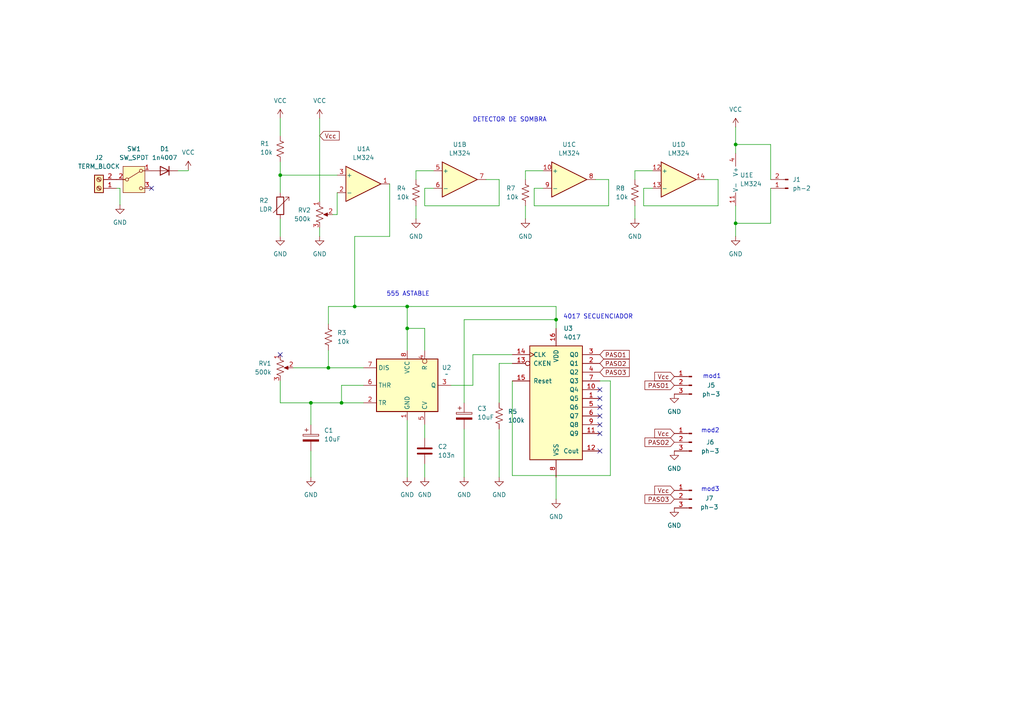
<source format=kicad_sch>
(kicad_sch (version 20250114) (generator "eeschema") (generator_version "9.0")
  (paper "A4")
  (title_block (title "esquemático 02 - control"))
  (lib_symbols
    (symbol "4xxx:4017" (pin_names (offset 1.016))
      (property "Reference" "U" (at -7.62 16.51 0))
      (property "Value" "4017" (at -7.62 -19.05 0))
      (symbol "4017_1_0"
        (pin input clock (at -12.7 12.7 0) (length 5.08) (name "CLK") (number "14"))
        (pin input inverted (at -12.7 10.16 0) (length 5.08) (name "CKEN") (number "13"))
        (pin input line (at -12.7 5.08 0) (length 5.08) (name "Reset") (number "15"))
        (pin power_in line (at 0 20.32 270) (length 5.08) (name "VDD") (number "16"))
        (pin power_in line (at 0 -22.86 90) (length 5.08) (name "VSS") (number "8"))
        (pin output line (at 12.7 12.7 180) (length 5.08) (name "Q0") (number "3"))
        (pin output line (at 12.7 10.16 180) (length 5.08) (name "Q1") (number "2"))
        (pin output line (at 12.7 7.62 180) (length 5.08) (name "Q2") (number "4"))
        (pin output line (at 12.7 5.08 180) (length 5.08) (name "Q3") (number "7"))
        (pin output line (at 12.7 2.54 180) (length 5.08) (name "Q4") (number "10"))
        (pin output line (at 12.7 0 180) (length 5.08) (name "Q5") (number "1"))
        (pin output line (at 12.7 -2.54 180) (length 5.08) (name "Q6") (number "5"))
        (pin output line (at 12.7 -5.08 180) (length 5.08) (name "Q7") (number "6"))
        (pin output line (at 12.7 -7.62 180) (length 5.08) (name "Q8") (number "9"))
        (pin output line (at 12.7 -10.16 180) (length 5.08) (name "Q9") (number "11"))
        (pin output line (at 12.7 -15.24 180) (length 5.08) (name "Cout") (number "12"))
      )
      (symbol "4017_1_1"
        (rectangle (start -7.62 15.24) (end 7.62 -17.78) (stroke (width 0.254)) (fill (type background)))
      )
    )
    (symbol "555_ordenado:555_wellOriented"
      (property "Reference" "U" (at 0 0 0))
      (symbol "555_wellOriented_0_0"
        (pin power_in line (at 0 10.16 270) (length 2.54) (name "VCC") (number "8"))
        (pin power_in line (at 0 -10.16 90) (length 2.54) (name "GND") (number "1"))
      )
      (symbol "555_wellOriented_0_1"
        (rectangle (start -8.89 -7.62) (end 8.89 7.62) (stroke (width 0.254)) (fill (type background)))
        (rectangle (start -8.89 -7.62) (end 8.89 7.62) (stroke (width 0.254)) (fill (type background)))
      )
      (symbol "555_wellOriented_1_1"
        (pin input line (at -12.7 5.08 0) (length 3.81) (name "DIS") (number "7"))
        (pin input line (at -12.7 0 0) (length 3.81) (name "THR") (number "6"))
        (pin input line (at -12.7 -5.08 0) (length 3.81) (name "TR") (number "2"))
        (pin input inverted (at 5.08 10.16 270) (length 3.81) (name "R") (number "4"))
        (pin input line (at 5.08 -11.43 90) (length 3.81) (name "CV") (number "5"))
        (pin output line (at 12.7 0 180) (length 3.81) (name "Q") (number "3"))
      )
    )
    (symbol "Amplifier_Operational:LM324" (pin_names (offset 0.127))
      (property "Reference" "U" (at 0 5.08 0))
      (property "Value" "LM324" (at 0 -5.08 0))
      (symbol "LM324_1_1"
        (polyline (pts (xy -5.08 5.08) (xy 5.08 0) (xy -5.08 -5.08) (xy -5.08 5.08)) (stroke (width 0.254)) (fill (type background)))
        (pin input line (at -7.62 2.54 0) (length 2.54) (name "+") (number "3"))
        (pin input line (at -7.62 -2.54 0) (length 2.54) (name "-") (number "2"))
        (pin output line (at 7.62 0 180) (length 2.54) (name "~") (number "1"))
      )
      (symbol "LM324_2_1"
        (polyline (pts (xy -5.08 5.08) (xy 5.08 0) (xy -5.08 -5.08) (xy -5.08 5.08)) (stroke (width 0.254)) (fill (type background)))
        (pin input line (at -7.62 2.54 0) (length 2.54) (name "+") (number "5"))
        (pin input line (at -7.62 -2.54 0) (length 2.54) (name "-") (number "6"))
        (pin output line (at 7.62 0 180) (length 2.54) (name "~") (number "7"))
      )
      (symbol "LM324_3_1"
        (polyline (pts (xy -5.08 5.08) (xy 5.08 0) (xy -5.08 -5.08) (xy -5.08 5.08)) (stroke (width 0.254)) (fill (type background)))
        (pin input line (at -7.62 2.54 0) (length 2.54) (name "+") (number "10"))
        (pin input line (at -7.62 -2.54 0) (length 2.54) (name "-") (number "9"))
        (pin output line (at 7.62 0 180) (length 2.54) (name "~") (number "8"))
      )
      (symbol "LM324_4_1"
        (polyline (pts (xy -5.08 5.08) (xy 5.08 0) (xy -5.08 -5.08) (xy -5.08 5.08)) (stroke (width 0.254)) (fill (type background)))
        (pin input line (at -7.62 2.54 0) (length 2.54) (name "+") (number "12"))
        (pin input line (at -7.62 -2.54 0) (length 2.54) (name "-") (number "13"))
        (pin output line (at 7.62 0 180) (length 2.54) (name "~") (number "14"))
      )
      (symbol "LM324_5_1"
        (pin power_in line (at -2.54 7.62 270) (length 3.81) (name "V+") (number "4"))
        (pin power_in line (at -2.54 -7.62 90) (length 3.81) (name "V-") (number "11"))
      )
    )
    (symbol "Connector:Conn_01x02_Pin" (pin_names (offset 1.016) (hide yes))
      (property "Reference" "J" (at 0 2.54 0))
      (property "Value" "Conn_01x02_Pin" (at 0 -5.08 0))
      (symbol "Conn_01x02_Pin_1_1"
        (rectangle (start 0.8636 0.127) (end 0 -0.127) (stroke (width 0.1524)) (fill (type outline)))
        (rectangle (start 0.8636 -2.413) (end 0 -2.667) (stroke (width 0.1524)) (fill (type outline)))
        (polyline (pts (xy 1.27 0) (xy 0.8636 0)) (stroke (width 0.1524)))
        (polyline (pts (xy 1.27 -2.54) (xy 0.8636 -2.54)) (stroke (width 0.1524)))
        (pin passive line (at 5.08 0 180) (length 3.81) (name "Pin_1") (number "1"))
        (pin passive line (at 5.08 -2.54 180) (length 3.81) (name "Pin_2") (number "2"))
      )
    )
    (symbol "Connector:Conn_01x03_Pin" (pin_names (offset 1.016) (hide yes))
      (property "Reference" "J" (at 0 5.08 0))
      (property "Value" "Conn_01x03_Pin" (at 0 -5.08 0))
      (symbol "Conn_01x03_Pin_1_1"
        (rectangle (start 0.8636 2.667) (end 0 2.413) (stroke (width 0.1524)) (fill (type outline)))
        (rectangle (start 0.8636 0.127) (end 0 -0.127) (stroke (width 0.1524)) (fill (type outline)))
        (rectangle (start 0.8636 -2.413) (end 0 -2.667) (stroke (width 0.1524)) (fill (type outline)))
        (polyline (pts (xy 1.27 2.54) (xy 0.8636 2.54)) (stroke (width 0.1524)))
        (polyline (pts (xy 1.27 0) (xy 0.8636 0)) (stroke (width 0.1524)))
        (polyline (pts (xy 1.27 -2.54) (xy 0.8636 -2.54)) (stroke (width 0.1524)))
        (pin passive line (at 5.08 2.54 180) (length 3.81) (name "Pin_1") (number "1"))
        (pin passive line (at 5.08 0 180) (length 3.81) (name "Pin_2") (number "2"))
        (pin passive line (at 5.08 -2.54 180) (length 3.81) (name "Pin_3") (number "3"))
      )
    )
    (symbol "Connector:Screw_Terminal_01x02" (pin_names (offset 1.016) (hide yes))
      (property "Reference" "J" (at 0 2.54 0))
      (property "Value" "Screw_Terminal_01x02" (at 0 -5.08 0))
      (symbol "Screw_Terminal_01x02_1_1"
        (rectangle (start -1.27 1.27) (end 1.27 -3.81) (stroke (width 0.254)) (fill (type background)))
        (polyline (pts (xy -0.5334 0.3302) (xy 0.3302 -0.508)) (stroke (width 0.1524)))
        (polyline (pts (xy -0.5334 -2.2098) (xy 0.3302 -3.048)) (stroke (width 0.1524)))
        (polyline (pts (xy -0.3556 0.508) (xy 0.508 -0.3302)) (stroke (width 0.1524)))
        (polyline (pts (xy -0.3556 -2.032) (xy 0.508 -2.8702)) (stroke (width 0.1524)))
        (circle (center 0 0) (radius 0.635) (stroke (width 0.1524)))
        (circle (center 0 -2.54) (radius 0.635) (stroke (width 0.1524)))
        (pin passive line (at -5.08 0 0) (length 3.81) (name "Pin_1") (number "1"))
        (pin passive line (at -5.08 -2.54 0) (length 3.81) (name "Pin_2") (number "2"))
      )
    )
    (symbol "Device:C" (pin_numbers (hide yes)) (pin_names (offset 0.254))
      (property "Reference" "C" (at 0.635 2.54 0))
      (property "Value" "C" (at 0.635 -2.54 0))
      (symbol "C_0_1"
        (polyline (pts (xy -2.032 0.762) (xy 2.032 0.762)) (stroke (width 0.508)))
        (polyline (pts (xy -2.032 -0.762) (xy 2.032 -0.762)) (stroke (width 0.508)))
      )
      (symbol "C_1_1"
        (pin passive line (at 0 3.81 270) (length 2.794) (name "~") (number "1"))
        (pin passive line (at 0 -3.81 90) (length 2.794) (name "~") (number "2"))
      )
    )
    (symbol "Device:C_Polarized" (pin_numbers (hide yes)) (pin_names (offset 0.254))
      (property "Reference" "C" (at 0.635 2.54 0))
      (property "Value" "C_Polarized" (at 0.635 -2.54 0))
      (symbol "C_Polarized_0_1"
        (rectangle (start -2.286 0.508) (end 2.286 1.016))
        (polyline (pts (xy -1.778 2.286) (xy -0.762 2.286)))
        (polyline (pts (xy -1.27 2.794) (xy -1.27 1.778)))
        (rectangle (start 2.286 -0.508) (end -2.286 -1.016) (fill (type outline)))
      )
      (symbol "C_Polarized_1_1"
        (pin passive line (at 0 3.81 270) (length 2.794) (name "~") (number "1"))
        (pin passive line (at 0 -3.81 90) (length 2.794) (name "~") (number "2"))
      )
    )
    (symbol "Device:D" (pin_numbers (hide yes)) (pin_names (offset 1.016) (hide yes))
      (property "Reference" "D" (at 0 2.54 0))
      (property "Value" "D" (at 0 -2.54 0))
      (symbol "D_0_1"
        (polyline (pts (xy -1.27 1.27) (xy -1.27 -1.27)) (stroke (width 0.254)))
        (polyline (pts (xy 1.27 1.27) (xy 1.27 -1.27) (xy -1.27 0) (xy 1.27 1.27)) (stroke (width 0.254)))
        (polyline (pts (xy 1.27 0) (xy -1.27 0)))
      )
      (symbol "D_1_1"
        (pin passive line (at -3.81 0 0) (length 2.54) (name "K") (number "1"))
        (pin passive line (at 3.81 0 180) (length 2.54) (name "A") (number "2"))
      )
    )
    (symbol "Device:R_Potentiometer_US" (pin_names (offset 1.016) (hide yes))
      (property "Reference" "RV" (at -4.445 0 90))
      (property "Value" "R_Potentiometer_US" (at -2.54 0 90))
      (symbol "R_Potentiometer_US_0_1"
        (polyline (pts (xy 0 2.54) (xy 0 2.286)))
        (polyline (pts (xy 0 2.286) (xy 1.016 1.905) (xy 0 1.524) (xy -1.016 1.143) (xy 0 0.762)))
        (polyline (pts (xy 0 0.762) (xy 1.016 0.381) (xy 0 0) (xy -1.016 -0.381) (xy 0 -0.762)))
        (polyline (pts (xy 0 -0.762) (xy 1.016 -1.143) (xy 0 -1.524) (xy -1.016 -1.905) (xy 0 -2.286)))
        (polyline (pts (xy 0 -2.286) (xy 0 -2.54)))
        (polyline (pts (xy 1.143 0) (xy 2.286 0.508) (xy 2.286 -0.508) (xy 1.143 0)) (fill (type outline)))
        (polyline (pts (xy 2.54 0) (xy 1.524 0)))
      )
      (symbol "R_Potentiometer_US_1_1"
        (pin passive line (at 0 3.81 270) (length 1.27) (name "1") (number "1"))
        (pin passive line (at 0 -3.81 90) (length 1.27) (name "3") (number "3"))
        (pin passive line (at 3.81 0 180) (length 1.27) (name "2") (number "2"))
      )
    )
    (symbol "Device:R_US" (pin_numbers (hide yes)) (pin_names (offset 0))
      (property "Reference" "R" (at 2.54 0 90))
      (property "Value" "R_US" (at -2.54 0 90))
      (symbol "R_US_0_1"
        (polyline (pts (xy 0 2.286) (xy 0 2.54)))
        (polyline (pts (xy 0 2.286) (xy 1.016 1.905) (xy 0 1.524) (xy -1.016 1.143) (xy 0 0.762)))
        (polyline (pts (xy 0 0.762) (xy 1.016 0.381) (xy 0 0) (xy -1.016 -0.381) (xy 0 -0.762)))
        (polyline (pts (xy 0 -0.762) (xy 1.016 -1.143) (xy 0 -1.524) (xy -1.016 -1.905) (xy 0 -2.286)))
        (polyline (pts (xy 0 -2.286) (xy 0 -2.54)))
      )
      (symbol "R_US_1_1"
        (pin passive line (at 0 3.81 270) (length 1.27) (name "~") (number "1"))
        (pin passive line (at 0 -3.81 90) (length 1.27) (name "~") (number "2"))
      )
    )
    (symbol "Device:R_Variable" (pin_numbers (hide yes)) (pin_names (offset 0))
      (property "Reference" "R" (at 2.54 -2.54 90))
      (property "Value" "R_Variable" (at -2.54 -1.27 90))
      (symbol "R_Variable_0_1"
        (rectangle (start -1.016 -2.54) (end 1.016 2.54) (stroke (width 0.254)))
        (polyline (pts (xy 2.54 1.524) (xy 2.54 2.54) (xy 1.524 2.54) (xy 2.54 2.54) (xy -2.032 -2.032)))
      )
      (symbol "R_Variable_1_1"
        (pin passive line (at 0 3.81 270) (length 1.27) (name "~") (number "1"))
        (pin passive line (at 0 -3.81 90) (length 1.27) (name "~") (number "2"))
      )
    )
    (symbol "Switch:SW_SPDT" (pin_names (offset 0) (hide yes))
      (property "Reference" "SW" (at 0 5.08 0))
      (property "Value" "SW_SPDT" (at 0 -5.08 0))
      (symbol "SW_SPDT_0_1"
        (circle (center -2.032 0) (radius 0.4572))
        (polyline (pts (xy -1.651 0.254) (xy 1.651 2.286)))
        (circle (center 2.032 2.54) (radius 0.4572))
        (circle (center 2.032 -2.54) (radius 0.4572))
      )
      (symbol "SW_SPDT_1_1"
        (rectangle (start -3.175 3.81) (end 3.175 -3.81) (fill (type background)))
        (pin passive line (at -5.08 0 0) (length 2.54) (name "B") (number "2"))
        (pin passive line (at 5.08 2.54 180) (length 2.54) (name "A") (number "1"))
        (pin passive line (at 5.08 -2.54 180) (length 2.54) (name "C") (number "3"))
      )
    )
    (symbol "power:GND" (power) (pin_numbers (hide yes)) (pin_names (offset 0) (hide yes))
      (property "Value" "GND" (at 0 -3.81 0))
      (symbol "GND_0_1"
        (polyline (pts (xy 0 0) (xy 0 -1.27) (xy 1.27 -1.27) (xy 0 -2.54) (xy -1.27 -1.27) (xy 0 -1.27)))
      )
      (symbol "GND_1_1"
        (pin power_in line (at 0 0 270) (length 0) (name "~") (number "1"))
      )
    )
    (symbol "power:VCC" (power) (pin_numbers (hide yes)) (pin_names (offset 0) (hide yes))
      (property "Value" "VCC" (at 0 3.556 0))
      (symbol "VCC_0_1"
        (polyline (pts (xy -0.762 1.27) (xy 0 2.54)))
        (polyline (pts (xy 0 2.54) (xy 0.762 1.27)))
        (polyline (pts (xy 0 0) (xy 0 2.54)))
      )
      (symbol "VCC_1_1"
        (pin power_in line (at 0 0 90) (length 0) (name "~") (number "1"))
      )
    )
  )
  (text "mod2\n" (at 205.994 124.968 0) (effects (font (size 1.27 1.27))))
  (text "4017 SECUENCIADOR" (at 173.482 91.948 0) (effects (font (size 1.27 1.27))))
  (text "555 ASTABLE" (at 118.364 85.344 0) (effects (font (size 1.27 1.27))))
  (text "mod3\n" (at 205.994 141.986 0) (effects (font (size 1.27 1.27))))
  (text "DETECTOR DE SOMBRA" (at 147.828 34.798 0) (effects (font (size 1.27 1.27))))
  (text "mod1\n" (at 206.502 109.22 0) (effects (font (size 1.27 1.27))))
  (junction (at 118.11 95.25))
  (junction (at 118.11 88.9))
  (junction (at 95.25 106.68))
  (junction (at 90.17 116.84))
  (junction (at 102.87 88.9))
  (junction (at 213.36 64.77))
  (junction (at 81.28 50.8))
  (junction (at 161.29 92.71))
  (junction (at 213.36 41.91))
  (junction (at 99.06 116.84))
  (no_connect (at 173.99 125.73))
  (no_connect (at 81.28 102.87))
  (no_connect (at 173.99 118.11))
  (no_connect (at 173.99 120.65))
  (no_connect (at 173.99 115.57))
  (no_connect (at 173.99 123.19))
  (no_connect (at 173.99 113.03))
  (no_connect (at 173.99 130.81))
  (no_connect (at 43.942 54.61))
  (wire (pts (xy 105.41 111.76) (xy 99.06 111.76)))
  (wire (pts (xy 81.28 34.29) (xy 81.28 39.37)))
  (wire (pts (xy 95.25 101.6) (xy 95.25 106.68)))
  (wire (pts (xy 92.71 66.04) (xy 92.71 68.58)))
  (wire (pts (xy 90.17 116.84) (xy 99.06 116.84)))
  (wire (pts (xy 97.79 55.88) (xy 97.79 62.23)))
  (wire (pts (xy 176.53 52.07) (xy 172.72 52.07)))
  (wire (pts (xy 186.69 54.61) (xy 189.23 54.61)))
  (wire (pts (xy 81.28 50.8) (xy 97.79 50.8)))
  (wire (pts (xy 90.17 116.84) (xy 81.28 116.84)))
  (wire (pts (xy 113.03 53.34) (xy 113.03 68.58)))
  (wire (pts (xy 144.78 52.07) (xy 140.97 52.07)))
  (wire (pts (xy 213.36 41.91) (xy 213.36 44.45)))
  (wire (pts (xy 102.87 68.58) (xy 102.87 88.9)))
  (wire (pts (xy 54.61 49.53) (xy 51.562 49.53)))
  (wire (pts (xy 134.62 92.71) (xy 161.29 92.71)))
  (wire (pts (xy 161.29 138.43) (xy 161.29 144.78)))
  (wire (pts (xy 154.94 54.61) (xy 157.48 54.61)))
  (wire (pts (xy 95.25 106.68) (xy 105.41 106.68)))
  (wire (pts (xy 148.59 102.87) (xy 137.16 102.87)))
  (wire (pts (xy 120.65 59.69) (xy 120.65 63.5)))
  (wire (pts (xy 81.28 50.8) (xy 81.28 55.88)))
  (wire (pts (xy 123.19 59.69) (xy 144.78 59.69)))
  (wire (pts (xy 54.61 49.276) (xy 54.61 49.53)))
  (wire (pts (xy 81.28 110.49) (xy 81.28 116.84)))
  (wire (pts (xy 161.29 92.71) (xy 161.29 95.25)))
  (wire (pts (xy 154.94 54.61) (xy 154.94 59.69)))
  (wire (pts (xy 125.73 49.53) (xy 120.65 49.53)))
  (wire (pts (xy 186.69 59.69) (xy 208.28 59.69)))
  (wire (pts (xy 97.79 62.23) (xy 96.52 62.23)))
  (wire (pts (xy 189.23 49.53) (xy 184.15 49.53)))
  (wire (pts (xy 118.11 95.25) (xy 123.19 95.25)))
  (wire (pts (xy 152.4 59.69) (xy 152.4 63.5)))
  (wire (pts (xy 33.782 54.61) (xy 34.798 54.61)))
  (wire (pts (xy 152.4 49.53) (xy 152.4 52.07)))
  (wire (pts (xy 123.19 101.6) (xy 123.19 95.25)))
  (wire (pts (xy 161.29 88.9) (xy 161.29 92.71)))
  (wire (pts (xy 120.65 49.53) (xy 120.65 52.07)))
  (wire (pts (xy 184.15 49.53) (xy 184.15 52.07)))
  (wire (pts (xy 144.78 59.69) (xy 144.78 52.07)))
  (wire (pts (xy 92.71 34.29) (xy 92.71 58.42)))
  (wire (pts (xy 144.78 105.41) (xy 144.78 116.84)))
  (wire (pts (xy 208.28 59.69) (xy 208.28 52.07)))
  (wire (pts (xy 95.25 88.9) (xy 102.87 88.9)))
  (wire (pts (xy 118.11 95.25) (xy 118.11 101.6)))
  (wire (pts (xy 81.28 46.99) (xy 81.28 50.8)))
  (wire (pts (xy 118.11 88.9) (xy 118.11 95.25)))
  (wire (pts (xy 102.87 88.9) (xy 118.11 88.9)))
  (wire (pts (xy 148.59 105.41) (xy 144.78 105.41)))
  (wire (pts (xy 90.17 116.84) (xy 90.17 123.19)))
  (wire (pts (xy 223.52 54.61) (xy 223.52 64.77)))
  (wire (pts (xy 213.36 36.83) (xy 213.36 41.91)))
  (wire (pts (xy 34.798 54.61) (xy 34.798 59.436)))
  (wire (pts (xy 137.16 102.87) (xy 137.16 111.76)))
  (wire (pts (xy 186.69 54.61) (xy 186.69 59.69)))
  (wire (pts (xy 118.11 88.9) (xy 161.29 88.9)))
  (wire (pts (xy 123.19 54.61) (xy 123.19 59.69)))
  (wire (pts (xy 95.25 93.98) (xy 95.25 88.9)))
  (wire (pts (xy 144.78 124.46) (xy 144.78 138.43)))
  (wire (pts (xy 105.41 116.84) (xy 99.06 116.84)))
  (wire (pts (xy 81.28 63.5) (xy 81.28 68.58)))
  (wire (pts (xy 134.62 116.84) (xy 134.62 92.71)))
  (wire (pts (xy 134.62 124.46) (xy 134.62 138.43)))
  (wire (pts (xy 213.36 64.77) (xy 213.36 68.58)))
  (wire (pts (xy 177.038 137.922) (xy 177.038 110.49)))
  (wire (pts (xy 99.06 111.76) (xy 99.06 116.84)))
  (wire (pts (xy 123.19 123.19) (xy 123.19 127)))
  (wire (pts (xy 130.81 111.76) (xy 137.16 111.76)))
  (wire (pts (xy 184.15 59.69) (xy 184.15 63.5)))
  (wire (pts (xy 148.59 110.49) (xy 148.59 137.922)))
  (wire (pts (xy 118.11 121.92) (xy 118.11 138.43)))
  (wire (pts (xy 157.48 49.53) (xy 152.4 49.53)))
  (wire (pts (xy 176.53 59.69) (xy 176.53 52.07)))
  (wire (pts (xy 90.17 130.81) (xy 90.17 138.43)))
  (wire (pts (xy 113.03 68.58) (xy 102.87 68.58)))
  (wire (pts (xy 123.19 134.62) (xy 123.19 138.43)))
  (wire (pts (xy 85.09 106.68) (xy 95.25 106.68)))
  (wire (pts (xy 213.36 59.69) (xy 213.36 64.77)))
  (wire (pts (xy 154.94 59.69) (xy 176.53 59.69)))
  (wire (pts (xy 125.73 54.61) (xy 123.19 54.61)))
  (wire (pts (xy 177.038 110.49) (xy 173.99 110.49)))
  (wire (pts (xy 148.59 137.922) (xy 177.038 137.922)))
  (wire (pts (xy 213.36 41.91) (xy 223.52 41.91)))
  (wire (pts (xy 213.36 64.77) (xy 223.52 64.77)))
  (wire (pts (xy 208.28 52.07) (xy 204.47 52.07)))
  (wire (pts (xy 223.52 52.07) (xy 223.52 41.91)))
  (global_label "Vcc" (shape input) (at 195.58 142.24 180) (property "Intersheetrefs" "${INTERSHEET_REFS}" (effects (hide yes))))
  (global_label "Vcc" (shape input) (at 195.58 125.73 180) (property "Intersheetrefs" "${INTERSHEET_REFS}" (effects (hide yes))))
  (global_label "PASO2" (shape input) (at 195.58 128.27 180) (property "Intersheetrefs" "${INTERSHEET_REFS}" (effects (hide yes))))
  (global_label "PASO1" (shape input) (at 195.58 111.76 180) (property "Intersheetrefs" "${INTERSHEET_REFS}" (effects (hide yes))))
  (global_label "Vcc" (shape input) (at 92.71 39.37 0) (property "Intersheetrefs" "${INTERSHEET_REFS}" (effects (hide yes))))
  (global_label "PASO1" (shape input) (at 173.99 102.87 0) (property "Intersheetrefs" "${INTERSHEET_REFS}" (effects (hide yes))))
  (global_label "Vcc" (shape input) (at 195.58 109.22 180) (property "Intersheetrefs" "${INTERSHEET_REFS}" (effects (hide yes))))
  (global_label "PASO3" (shape input) (at 173.99 107.95 0) (property "Intersheetrefs" "${INTERSHEET_REFS}" (effects (hide yes))))
  (global_label "PASO2" (shape input) (at 173.99 105.41 0) (property "Intersheetrefs" "${INTERSHEET_REFS}" (effects (hide yes))))
  (global_label "PASO3" (shape input) (at 195.58 144.78 180) (property "Intersheetrefs" "${INTERSHEET_REFS}" (effects (hide yes))))
  (symbol (lib_id "power:GND") (at 81.28 68.58 0) (unit 1)
    (property "Reference" "#PWR021" (effects (hide yes)))
    (property "Value" "GND" (at 81.28 73.66 0))
    (property "Description" "Power symbol creates a global label with name \"GND\" , ground" (effects (hide yes)))
  )
  (symbol (lib_id "power:GND") (at 144.78 138.43 0) (unit 1)
    (property "Reference" "#PWR010" (effects (hide yes)))
    (property "Value" "GND" (at 144.78 143.51 0))
    (property "Description" "Power symbol creates a global label with name \"GND\" , ground" (effects (hide yes)))
  )
  (symbol (lib_id "power:GND") (at 120.65 63.5 0) (unit 1)
    (property "Reference" "#PWR07" (effects (hide yes)))
    (property "Value" "GND" (at 120.65 68.58 0))
    (property "Description" "Power symbol creates a global label with name \"GND\" , ground" (effects (hide yes)))
  )
  (symbol (lib_id "Device:C_Polarized") (at 134.62 120.65 0) (unit 1)
    (property "Reference" "C3" (at 138.43 118.4909 0) (effects (justify left)))
    (property "Value" "10uF" (at 138.43 121.0309 0) (effects (justify left)))
    (property "Footprint" "Capacitor_THT:CP_Radial_D6.3mm_P2.50mm" (effects (hide yes)))
    (property "Description" "Polarized capacitor" (effects (hide yes)))
  )
  (symbol (lib_id "Amplifier_Operational:LM324") (at 165.1 52.07 0) (unit 3)
    (property "Reference" "U1" (at 165.1 41.91 0))
    (property "Value" "LM324" (at 165.1 44.45 0))
    (property "Footprint" "Package_DIP:DIP-14_W7.62mm_Socket_LongPads" (effects (hide yes)))
    (property "Datasheet" "http://www.ti.com/lit/ds/symlink/lm2902-n.pdf" (effects (hide yes)))
    (property "Description" "Low-Power, Quad-Operational Amplifiers, DIP-14/SOIC-14/SSOP-14" (effects (hide yes)))
  )
  (symbol (lib_id "Connector:Conn_01x02_Pin") (at 228.6 54.61 180) (unit 1)
    (property "Reference" "J1" (at 229.87 52.0699 0) (effects (justify right)))
    (property "Value" "ph-2" (at 229.87 54.6099 0) (effects (justify right)))
    (property "Footprint" "Connector_PinHeader_2.54mm:PinHeader_1x02_P2.54mm_Vertical" (effects (hide yes)))
    (property "Description" "Generic connector, single row, 01x02, script generated" (effects (hide yes)))
  )
  (symbol (lib_id "Connector:Conn_01x03_Pin") (at 200.66 111.76 0) (mirror y) (unit 1)
    (property "Reference" "J5" (at 206.248 111.76 0))
    (property "Value" "ph-3" (at 206.248 114.3 0))
    (property "Footprint" "Connector_PinHeader_2.54mm:PinHeader_1x03_P2.54mm_Vertical" (effects (hide yes)))
    (property "Description" "Generic connector, single row, 01x03, script generated" (effects (hide yes)))
  )
  (symbol (lib_id "Amplifier_Operational:LM324") (at 133.35 52.07 0) (unit 2)
    (property "Reference" "U1" (at 133.35 41.91 0))
    (property "Value" "LM324" (at 133.35 44.45 0))
    (property "Footprint" "Package_DIP:DIP-14_W7.62mm_Socket_LongPads" (effects (hide yes)))
    (property "Datasheet" "http://www.ti.com/lit/ds/symlink/lm2902-n.pdf" (effects (hide yes)))
    (property "Description" "Low-Power, Quad-Operational Amplifiers, DIP-14/SOIC-14/SSOP-14" (effects (hide yes)))
  )
  (symbol (lib_id "power:GND") (at 195.58 114.3 0) (unit 1)
    (property "Reference" "#PWR016" (effects (hide yes)))
    (property "Value" "GND" (at 195.58 119.38 0))
    (property "Description" "Power symbol creates a global label with name \"GND\" , ground" (effects (hide yes)))
  )
  (symbol (lib_id "power:GND") (at 90.17 138.43 0) (unit 1)
    (property "Reference" "#PWR03" (effects (hide yes)))
    (property "Value" "GND" (at 90.17 143.51 0))
    (property "Description" "Power symbol creates a global label with name \"GND\" , ground" (effects (hide yes)))
  )
  (symbol (lib_id "Device:C_Polarized") (at 90.17 127 0) (unit 1)
    (property "Reference" "C1" (at 93.98 124.8409 0) (effects (justify left)))
    (property "Value" "10uF" (at 93.98 127.3809 0) (effects (justify left)))
    (property "Footprint" "Capacitor_THT:CP_Radial_D6.3mm_P2.50mm" (effects (hide yes)))
    (property "Description" "Polarized capacitor" (effects (hide yes)))
  )
  (symbol (lib_id "Connector:Conn_01x03_Pin") (at 200.66 128.27 0) (mirror y) (unit 1)
    (property "Reference" "J6" (at 205.994 128.27 0))
    (property "Value" "ph-3" (at 205.994 130.81 0))
    (property "Footprint" "Connector_PinHeader_2.54mm:PinHeader_1x03_P2.54mm_Vertical" (effects (hide yes)))
    (property "Description" "Generic connector, single row, 01x03, script generated" (effects (hide yes)))
  )
  (symbol (lib_id "power:GND") (at 213.36 68.58 0) (unit 1)
    (property "Reference" "#PWR020" (effects (hide yes)))
    (property "Value" "GND" (at 213.36 73.66 0))
    (property "Description" "Power symbol creates a global label with name \"GND\" , ground" (effects (hide yes)))
  )
  (symbol (lib_id "power:GND") (at 152.4 63.5 0) (unit 1)
    (property "Reference" "#PWR012" (effects (hide yes)))
    (property "Value" "GND" (at 152.4 68.58 0))
    (property "Description" "Power symbol creates a global label with name \"GND\" , ground" (effects (hide yes)))
  )
  (symbol (lib_id "power:VCC") (at 81.28 34.29 0) (unit 1)
    (property "Reference" "#PWR01" (effects (hide yes)))
    (property "Value" "VCC" (at 81.28 29.21 0))
    (property "Description" "Power symbol creates a global label with name \"VCC\"" (effects (hide yes)))
  )
  (symbol (lib_id "Amplifier_Operational:LM324") (at 215.9 52.07 0) (unit 5)
    (property "Reference" "U1" (at 214.63 50.7999 0) (effects (justify left)))
    (property "Value" "LM324" (at 214.63 53.3399 0) (effects (justify left)))
    (property "Footprint" "Package_DIP:DIP-14_W7.62mm_Socket_LongPads" (effects (hide yes)))
    (property "Datasheet" "http://www.ti.com/lit/ds/symlink/lm2902-n.pdf" (effects (hide yes)))
    (property "Description" "Low-Power, Quad-Operational Amplifiers, DIP-14/SOIC-14/SSOP-14" (effects (hide yes)))
  )
  (symbol (lib_id "power:GND") (at 134.62 138.43 0) (unit 1)
    (property "Reference" "#PWR09" (effects (hide yes)))
    (property "Value" "GND" (at 134.62 143.51 0))
    (property "Description" "Power symbol creates a global label with name \"GND\" , ground" (effects (hide yes)))
  )
  (symbol (lib_id "Device:R_US") (at 81.28 43.18 0) (unit 1)
    (property "Reference" "R1" (at 75.438 41.656 0) (effects (justify left)))
    (property "Value" "10k" (at 75.438 44.196 0) (effects (justify left)))
    (property "Footprint" "Resistor_THT:R_Axial_DIN0207_L6.3mm_D2.5mm_P10.16mm_Horizontal" (effects (hide yes)))
    (property "Description" "Resistor, US symbol" (effects (hide yes)))
  )
  (symbol (lib_id "Device:R_Potentiometer_US") (at 81.28 106.68 0) (unit 1)
    (property "Reference" "RV1" (at 78.74 105.4099 0) (effects (justify right)))
    (property "Value" "500k" (at 78.74 107.9499 0) (effects (justify right)))
    (property "Footprint" "Potentiometer_THT:Potentiometer_Alps_RK163_Single_Horizontal" (effects (hide yes)))
    (property "Description" "Potentiometer, US symbol" (effects (hide yes)))
  )
  (symbol (lib_id "power:GND") (at 34.798 59.436 0) (unit 1)
    (property "Reference" "#PWR04" (effects (hide yes)))
    (property "Value" "GND" (at 34.798 64.516 0))
    (property "Description" "Power symbol creates a global label with name \"GND\" , ground" (effects (hide yes)))
  )
  (symbol (lib_id "Device:R_US") (at 120.65 55.88 0) (unit 1)
    (property "Reference" "R4" (at 115.062 54.61 0) (effects (justify left)))
    (property "Value" "10k" (at 115.062 57.15 0) (effects (justify left)))
    (property "Footprint" "Resistor_THT:R_Axial_DIN0207_L6.3mm_D2.5mm_P10.16mm_Horizontal" (effects (hide yes)))
    (property "Description" "Resistor, US symbol" (effects (hide yes)))
  )
  (symbol (lib_id "Device:R_Potentiometer_US") (at 92.71 62.23 0) (unit 1)
    (property "Reference" "RV2" (at 90.17 60.9599 0) (effects (justify right)))
    (property "Value" "500k" (at 90.17 63.4999 0) (effects (justify right)))
    (property "Footprint" "Potentiometer_THT:Potentiometer_Alps_RK163_Single_Horizontal" (effects (hide yes)))
    (property "Description" "Potentiometer, US symbol" (effects (hide yes)))
  )
  (symbol (lib_id "Amplifier_Operational:LM324") (at 105.41 53.34 0) (unit 1)
    (property "Reference" "U1" (at 105.41 43.18 0))
    (property "Value" "LM324" (at 105.41 45.72 0))
    (property "Footprint" "Package_DIP:DIP-14_W7.62mm_Socket_LongPads" (effects (hide yes)))
    (property "Datasheet" "http://www.ti.com/lit/ds/symlink/lm2902-n.pdf" (effects (hide yes)))
    (property "Description" "Low-Power, Quad-Operational Amplifiers, DIP-14/SOIC-14/SSOP-14" (effects (hide yes)))
  )
  (symbol (lib_id "power:GND") (at 184.15 63.5 0) (unit 1)
    (property "Reference" "#PWR015" (effects (hide yes)))
    (property "Value" "GND" (at 184.15 68.58 0))
    (property "Description" "Power symbol creates a global label with name \"GND\" , ground" (effects (hide yes)))
  )
  (symbol (lib_id "Connector:Conn_01x03_Pin") (at 200.66 144.78 0) (mirror y) (unit 1)
    (property "Reference" "J7" (at 205.74 144.526 0))
    (property "Value" "ph-3" (at 205.74 147.066 0))
    (property "Footprint" "Connector_PinHeader_2.54mm:PinHeader_1x03_P2.54mm_Vertical" (effects (hide yes)))
    (property "Description" "Generic connector, single row, 01x03, script generated" (effects (hide yes)))
  )
  (symbol (lib_id "555_ordenado:555_wellOriented") (at 118.11 111.76 0) (unit 1)
    (property "Reference" "U2" (at 129.54 106.6098 0))
    (property "Value" "~" (at 129.54 108.5149 0))
    (property "Footprint" "Package_DIP:DIP-8_W7.62mm_Socket_LongPads" (effects (hide yes)))
  )
  (symbol (lib_id "4xxx:4017") (at 161.29 115.57 0) (unit 1)
    (property "Reference" "U3" (at 163.4333 95.25 0) (effects (justify left)))
    (property "Value" "4017" (at 163.4333 97.79 0) (effects (justify left)))
    (property "Footprint" "Package_DIP:DIP-16_W7.62mm_Socket_LongPads" (effects (hide yes)))
    (property "Datasheet" "http://www.intersil.com/content/dam/Intersil/documents/cd40/cd4017bms-22bms.pdf" (effects (hide yes)))
    (property "Description" "Johnson Counter ( 10 outputs )" (effects (hide yes)))
  )
  (symbol (lib_id "power:VCC") (at 92.71 34.29 0) (unit 1)
    (property "Reference" "#PWR02" (effects (hide yes)))
    (property "Value" "VCC" (at 92.71 29.21 0))
    (property "Description" "Power symbol creates a global label with name \"VCC\"" (effects (hide yes)))
  )
  (symbol (lib_id "power:VCC") (at 54.61 49.276 0) (unit 1)
    (property "Reference" "#PWR011" (effects (hide yes)))
    (property "Value" "VCC" (at 54.61 44.196 0))
    (property "Description" "Power symbol creates a global label with name \"VCC\"" (effects (hide yes)))
  )
  (symbol (lib_id "power:GND") (at 195.58 147.32 0) (unit 1)
    (property "Reference" "#PWR018" (effects (hide yes)))
    (property "Value" "GND" (at 195.58 152.4 0))
    (property "Description" "Power symbol creates a global label with name \"GND\" , ground" (effects (hide yes)))
  )
  (symbol (lib_id "Device:D") (at 47.752 49.53 180) (unit 1)
    (property "Reference" "D1" (at 47.752 43.18 0))
    (property "Value" "1n4007" (at 47.752 45.72 0))
    (property "Footprint" "Diode_THT:D_DO-41_SOD81_P10.16mm_Horizontal" (effects (hide yes)))
    (property "Description" "Diode" (effects (hide yes)))
    (property "Sim.Device" "D" (effects (hide yes)))
    (property "Sim.Pins" "1=K 2=A" (effects (hide yes)))
  )
  (symbol (lib_id "Connector:Screw_Terminal_01x02") (at 28.702 54.61 180) (unit 1)
    (property "Reference" "J2" (at 28.702 45.72 0))
    (property "Value" "TERM_BLOCK" (at 28.702 48.26 0))
    (property "Footprint" "TerminalBlock:TerminalBlock_bornier-2_P5.08mm" (effects (hide yes)))
    (property "Description" "Generic screw terminal, single row, 01x02, script generated (kicad-library-utils/schlib/autogen/connector/)" (effects (hide yes)))
  )
  (symbol (lib_id "Device:R_US") (at 144.78 120.65 0) (unit 1)
    (property "Reference" "R5" (at 147.32 119.3799 0) (effects (justify left)))
    (property "Value" "100k" (at 147.32 121.9199 0) (effects (justify left)))
    (property "Footprint" "Resistor_THT:R_Axial_DIN0207_L6.3mm_D2.5mm_P10.16mm_Horizontal" (effects (hide yes)))
    (property "Description" "Resistor, US symbol" (effects (hide yes)))
  )
  (symbol (lib_id "power:GND") (at 161.29 144.78 0) (unit 1)
    (property "Reference" "#PWR013" (effects (hide yes)))
    (property "Value" "GND" (at 161.29 149.86 0))
    (property "Description" "Power symbol creates a global label with name \"GND\" , ground" (effects (hide yes)))
  )
  (symbol (lib_id "Device:R_Variable") (at 81.28 59.69 0) (unit 1)
    (property "Reference" "R2" (at 75.184 58.166 0) (effects (justify left)))
    (property "Value" "LDR" (at 75.184 60.706 0) (effects (justify left)))
    (property "Footprint" "OptoDevice:R_LDR_4.9x4.2mm_P2.54mm_Vertical" (effects (hide yes)))
    (property "Description" "Variable resistor" (effects (hide yes)))
  )
  (symbol (lib_id "power:GND") (at 195.58 130.81 0) (unit 1)
    (property "Reference" "#PWR017" (effects (hide yes)))
    (property "Value" "GND" (at 195.58 135.89 0))
    (property "Description" "Power symbol creates a global label with name \"GND\" , ground" (effects (hide yes)))
  )
  (symbol (lib_id "Device:R_US") (at 184.15 55.88 0) (unit 1)
    (property "Reference" "R8" (at 178.562 54.61 0) (effects (justify left)))
    (property "Value" "10k" (at 178.562 57.15 0) (effects (justify left)))
    (property "Footprint" "Resistor_THT:R_Axial_DIN0207_L6.3mm_D2.5mm_P10.16mm_Horizontal" (effects (hide yes)))
    (property "Description" "Resistor, US symbol" (effects (hide yes)))
  )
  (symbol (lib_id "Device:C") (at 123.19 130.81 0) (unit 1)
    (property "Reference" "C2" (at 127 129.5399 0) (effects (justify left)))
    (property "Value" "103n" (at 127 132.0799 0) (effects (justify left)))
    (property "Footprint" "Capacitor_THT:C_Disc_D6.0mm_W2.5mm_P5.00mm" (effects (hide yes)))
    (property "Description" "Unpolarized capacitor" (effects (hide yes)))
  )
  (symbol (lib_id "power:GND") (at 123.19 138.43 0) (unit 1)
    (property "Reference" "#PWR08" (effects (hide yes)))
    (property "Value" "GND" (at 123.19 143.51 0))
    (property "Description" "Power symbol creates a global label with name \"GND\" , ground" (effects (hide yes)))
  )
  (symbol (lib_id "power:GND") (at 118.11 138.43 0) (unit 1)
    (property "Reference" "#PWR06" (effects (hide yes)))
    (property "Value" "GND" (at 118.11 143.51 0))
    (property "Description" "Power symbol creates a global label with name \"GND\" , ground" (effects (hide yes)))
  )
  (symbol (lib_id "Amplifier_Operational:LM324") (at 196.85 52.07 0) (unit 4)
    (property "Reference" "U1" (at 196.85 41.91 0))
    (property "Value" "LM324" (at 196.85 44.45 0))
    (property "Footprint" "Package_DIP:DIP-14_W7.62mm_Socket_LongPads" (effects (hide yes)))
    (property "Datasheet" "http://www.ti.com/lit/ds/symlink/lm2902-n.pdf" (effects (hide yes)))
    (property "Description" "Low-Power, Quad-Operational Amplifiers, DIP-14/SOIC-14/SSOP-14" (effects (hide yes)))
  )
  (symbol (lib_id "power:VCC") (at 213.36 36.83 0) (unit 1)
    (property "Reference" "#PWR019" (effects (hide yes)))
    (property "Value" "VCC" (at 213.36 31.75 0))
    (property "Description" "Power symbol creates a global label with name \"VCC\"" (effects (hide yes)))
  )
  (symbol (lib_id "power:GND") (at 92.71 68.58 0) (unit 1)
    (property "Reference" "#PWR05" (effects (hide yes)))
    (property "Value" "GND" (at 92.71 73.66 0))
    (property "Description" "Power symbol creates a global label with name \"GND\" , ground" (effects (hide yes)))
  )
  (symbol (lib_id "Device:R_US") (at 95.25 97.79 0) (unit 1)
    (property "Reference" "R3" (at 97.79 96.5199 0) (effects (justify left)))
    (property "Value" "10k" (at 97.79 99.0599 0) (effects (justify left)))
    (property "Footprint" "Resistor_THT:R_Axial_DIN0207_L6.3mm_D2.5mm_P10.16mm_Horizontal" (effects (hide yes)))
    (property "Description" "Resistor, US symbol" (effects (hide yes)))
  )
  (symbol (lib_id "Switch:SW_SPDT") (at 38.862 52.07 0) (unit 1)
    (property "Reference" "SW1" (at 38.862 43.18 0))
    (property "Value" "SW_SPDT" (at 38.862 45.72 0))
    (property "Footprint" "Button_Switch_THT:SW_Slide-03_Wuerth-WS-SLTV_10x2.5x6.4_P2.54mm" (effects (hide yes)))
    (property "Description" "Switch, single pole double throw" (effects (hide yes)))
  )
  (symbol (lib_id "Device:R_US") (at 152.4 55.88 0) (unit 1)
    (property "Reference" "R7" (at 146.812 54.61 0) (effects (justify left)))
    (property "Value" "10k" (at 146.812 57.15 0) (effects (justify left)))
    (property "Footprint" "Resistor_THT:R_Axial_DIN0207_L6.3mm_D2.5mm_P10.16mm_Horizontal" (effects (hide yes)))
    (property "Description" "Resistor, US symbol" (effects (hide yes)))
  )
)
</source>
